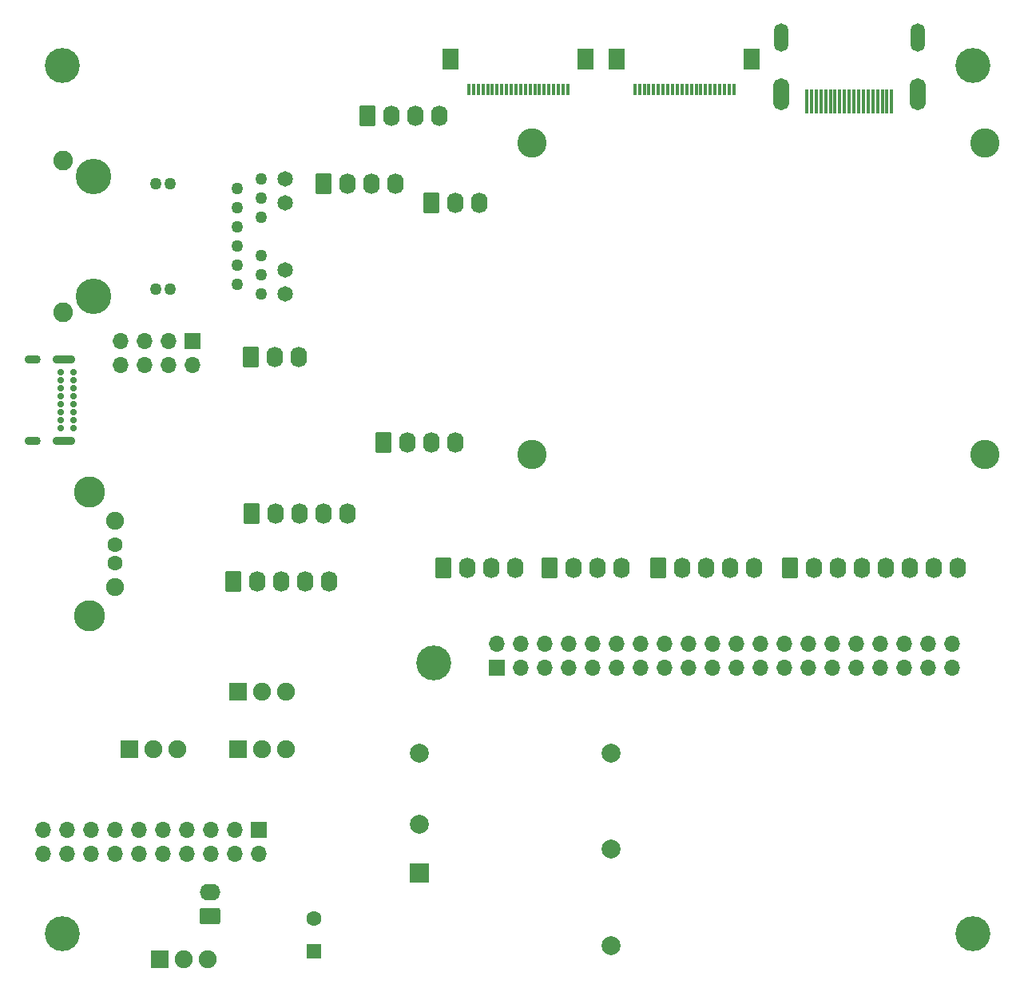
<source format=gbs>
%TF.GenerationSoftware,KiCad,Pcbnew,5.99.0-unknown-47cb7f53fd~143~ubuntu20.04.1*%
%TF.CreationDate,2021-11-23T21:30:27-08:00*%
%TF.ProjectId,acorn-motherboard,61636f72-6e2d-46d6-9f74-686572626f61,rev?*%
%TF.SameCoordinates,Original*%
%TF.FileFunction,Soldermask,Bot*%
%TF.FilePolarity,Negative*%
%FSLAX46Y46*%
G04 Gerber Fmt 4.6, Leading zero omitted, Abs format (unit mm)*
G04 Created by KiCad (PCBNEW 5.99.0-unknown-47cb7f53fd~143~ubuntu20.04.1) date 2021-11-23 21:30:27*
%MOMM*%
%LPD*%
G01*
G04 APERTURE LIST*
G04 Aperture macros list*
%AMRoundRect*
0 Rectangle with rounded corners*
0 $1 Rounding radius*
0 $2 $3 $4 $5 $6 $7 $8 $9 X,Y pos of 4 corners*
0 Add a 4 corners polygon primitive as box body*
4,1,4,$2,$3,$4,$5,$6,$7,$8,$9,$2,$3,0*
0 Add four circle primitives for the rounded corners*
1,1,$1+$1,$2,$3*
1,1,$1+$1,$4,$5*
1,1,$1+$1,$6,$7*
1,1,$1+$1,$8,$9*
0 Add four rect primitives between the rounded corners*
20,1,$1+$1,$2,$3,$4,$5,0*
20,1,$1+$1,$4,$5,$6,$7,0*
20,1,$1+$1,$6,$7,$8,$9,0*
20,1,$1+$1,$8,$9,$2,$3,0*%
G04 Aperture macros list end*
%ADD10RoundRect,0.250000X-0.620000X-0.850000X0.620000X-0.850000X0.620000X0.850000X-0.620000X0.850000X0*%
%ADD11O,1.740000X2.200000*%
%ADD12RoundRect,0.250000X0.850000X-0.620000X0.850000X0.620000X-0.850000X0.620000X-0.850000X-0.620000X0*%
%ADD13O,2.200000X1.740000*%
%ADD14C,3.700000*%
%ADD15C,3.100000*%
%ADD16C,1.270000*%
%ADD17C,1.651000*%
%ADD18C,3.759200*%
%ADD19C,2.082800*%
%ADD20C,0.700000*%
%ADD21O,1.700000X0.900000*%
%ADD22O,2.400000X0.900000*%
%ADD23C,1.900000*%
%ADD24C,1.600000*%
%ADD25C,3.300000*%
%ADD26R,2.000000X2.000000*%
%ADD27C,2.000000*%
%ADD28R,1.700000X1.700000*%
%ADD29O,1.700000X1.700000*%
%ADD30R,1.600000X1.600000*%
%ADD31RoundRect,0.250000X-0.620000X-0.845000X0.620000X-0.845000X0.620000X0.845000X-0.620000X0.845000X0*%
%ADD32O,1.740000X2.190000*%
%ADD33R,1.900000X1.900000*%
%ADD34R,0.300000X1.300000*%
%ADD35R,1.800000X2.200000*%
%ADD36R,0.300000X2.600000*%
%ADD37O,1.700000X3.400000*%
%ADD38O,1.500000X3.000000*%
G04 APERTURE END LIST*
D10*
X121690000Y-49562275D03*
D11*
X124230000Y-49562275D03*
X126770000Y-49562275D03*
X129310000Y-49562275D03*
D12*
X105031061Y-134419725D03*
D13*
X105031061Y-131879725D03*
D10*
X117000000Y-56750000D03*
D11*
X119540000Y-56750000D03*
X122080000Y-56750000D03*
X124620000Y-56750000D03*
D14*
X185871061Y-44200000D03*
D15*
X187121061Y-85450000D03*
X139121061Y-85450000D03*
X139121061Y-52450000D03*
X187121061Y-52450000D03*
D16*
X107871061Y-67450000D03*
X107871061Y-65420002D03*
X107871061Y-63390000D03*
X107871061Y-61360002D03*
X107871061Y-59330001D03*
X107871061Y-57300003D03*
X110411061Y-68470000D03*
X110411061Y-66440002D03*
X110411061Y-64410001D03*
X110411061Y-60340002D03*
X110411061Y-58310001D03*
X110411061Y-56280003D03*
X100761061Y-67960000D03*
X100761061Y-56790003D03*
X99221061Y-67960000D03*
X99221061Y-56790003D03*
D17*
X112951061Y-68470000D03*
X112951061Y-65930002D03*
X112951061Y-58820001D03*
X112951061Y-56280003D03*
D18*
X92631061Y-68725001D03*
X92631061Y-56025001D03*
D19*
X89461061Y-70440002D03*
X89461061Y-54310001D03*
D20*
X90525000Y-76750000D03*
X90525000Y-77600000D03*
X90525000Y-78450000D03*
X90525000Y-79300000D03*
X90525000Y-80150000D03*
X90525000Y-81000000D03*
X90525000Y-81850000D03*
X90525000Y-82700000D03*
X89175000Y-82700000D03*
X89175000Y-81850000D03*
X89175000Y-81000000D03*
X89175000Y-80150000D03*
X89175000Y-79300000D03*
X89175000Y-78450000D03*
X89175000Y-77600000D03*
X89175000Y-76750000D03*
D21*
X86165000Y-75400000D03*
D22*
X89545000Y-75400000D03*
X89545000Y-84050000D03*
D21*
X86165000Y-84050000D03*
D23*
X94960000Y-92500000D03*
D24*
X94960000Y-95000000D03*
X94960000Y-97000000D03*
D23*
X94960000Y-99500000D03*
D25*
X92250000Y-89430000D03*
X92250000Y-102570000D03*
D14*
X89371061Y-44200000D03*
D10*
X123371061Y-84200000D03*
D11*
X125911061Y-84200000D03*
X128451061Y-84200000D03*
X130991061Y-84200000D03*
D26*
X127221061Y-129807725D03*
D27*
X127221061Y-124707725D03*
X147521061Y-137507725D03*
X147521061Y-127307725D03*
X147521061Y-117107725D03*
X127221061Y-117107725D03*
D14*
X89371061Y-136307725D03*
X185871061Y-136307725D03*
D28*
X110121061Y-125307725D03*
D29*
X110121061Y-127847725D03*
X107581061Y-125307725D03*
X107581061Y-127847725D03*
X105041061Y-125307725D03*
X105041061Y-127847725D03*
X102501061Y-125307725D03*
X102501061Y-127847725D03*
X99961061Y-125307725D03*
X99961061Y-127847725D03*
X97421061Y-125307725D03*
X97421061Y-127847725D03*
X94881061Y-125307725D03*
X94881061Y-127847725D03*
X92341061Y-125307725D03*
X92341061Y-127847725D03*
X89801061Y-125307725D03*
X89801061Y-127847725D03*
X87261061Y-125307725D03*
X87261061Y-127847725D03*
D10*
X152500000Y-97500000D03*
D11*
X155040000Y-97500000D03*
X157580000Y-97500000D03*
X160120000Y-97500000D03*
X162660000Y-97500000D03*
D10*
X141000000Y-97500000D03*
D11*
X143540000Y-97500000D03*
X146080000Y-97500000D03*
X148620000Y-97500000D03*
D10*
X166500000Y-97500000D03*
D11*
X169040000Y-97500000D03*
X171580000Y-97500000D03*
X174120000Y-97500000D03*
X176660000Y-97500000D03*
X179200000Y-97500000D03*
X181740000Y-97500000D03*
X184280000Y-97500000D03*
D10*
X109420000Y-91707725D03*
D11*
X111960000Y-91707725D03*
X114500000Y-91707725D03*
X117040000Y-91707725D03*
X119580000Y-91707725D03*
D30*
X116000000Y-138152651D03*
D24*
X116000000Y-134652651D03*
D10*
X107420000Y-98957725D03*
D11*
X109960000Y-98957725D03*
X112500000Y-98957725D03*
X115040000Y-98957725D03*
X117580000Y-98957725D03*
D10*
X129690000Y-97500000D03*
D11*
X132230000Y-97500000D03*
X134770000Y-97500000D03*
X137310000Y-97500000D03*
D31*
X109310000Y-75112275D03*
D32*
X111850000Y-75112275D03*
X114390000Y-75112275D03*
D33*
X96460000Y-116700000D03*
D23*
X99000000Y-116700000D03*
X101540000Y-116700000D03*
D28*
X103100000Y-73425000D03*
D29*
X103100000Y-75965000D03*
X100560000Y-73425000D03*
X100560000Y-75965000D03*
X98020000Y-73425000D03*
X98020000Y-75965000D03*
X95480000Y-73425000D03*
X95480000Y-75965000D03*
D31*
X128460000Y-58770000D03*
D32*
X131000000Y-58770000D03*
X133540000Y-58770000D03*
D33*
X107960000Y-116700000D03*
D23*
X110500000Y-116700000D03*
X113040000Y-116700000D03*
D33*
X99660000Y-139000000D03*
D23*
X102200000Y-139000000D03*
X104740000Y-139000000D03*
D33*
X107960000Y-110600000D03*
D23*
X110500000Y-110600000D03*
X113040000Y-110600000D03*
D14*
X128689061Y-107591725D03*
D28*
X135371061Y-108057725D03*
D29*
X135371061Y-105517725D03*
X137911061Y-108057725D03*
X137911061Y-105517725D03*
X140451061Y-108057725D03*
X140451061Y-105517725D03*
X142991061Y-108057725D03*
X142991061Y-105517725D03*
X145531061Y-108057725D03*
X145531061Y-105517725D03*
X148071061Y-108057725D03*
X148071061Y-105517725D03*
X150611061Y-108057725D03*
X150611061Y-105517725D03*
X153151061Y-108057725D03*
X153151061Y-105517725D03*
X155691061Y-108057725D03*
X155691061Y-105517725D03*
X158231061Y-108057725D03*
X158231061Y-105517725D03*
X160771061Y-108057725D03*
X160771061Y-105517725D03*
X163311061Y-108057725D03*
X163311061Y-105517725D03*
X165851061Y-108057725D03*
X165851061Y-105517725D03*
X168391061Y-108057725D03*
X168391061Y-105517725D03*
X170931061Y-108057725D03*
X170931061Y-105517725D03*
X173471061Y-108057725D03*
X173471061Y-105517725D03*
X176011061Y-108057725D03*
X176011061Y-105517725D03*
X178551061Y-108057725D03*
X178551061Y-105517725D03*
X181091061Y-108057725D03*
X181091061Y-105517725D03*
X183631061Y-108057725D03*
X183631061Y-105517725D03*
D34*
X150021061Y-46800000D03*
X150521061Y-46800000D03*
X151021061Y-46800000D03*
X151521061Y-46800000D03*
X152021061Y-46800000D03*
X152521061Y-46800000D03*
X153021061Y-46800000D03*
X153521061Y-46800000D03*
X154021061Y-46800000D03*
X154521061Y-46800000D03*
X155021061Y-46800000D03*
X155521061Y-46800000D03*
X156021061Y-46800000D03*
X156521061Y-46800000D03*
X157021061Y-46800000D03*
X157521061Y-46800000D03*
X158021061Y-46800000D03*
X158521061Y-46800000D03*
X159021061Y-46800000D03*
X159521061Y-46800000D03*
X160021061Y-46800000D03*
X160521061Y-46800000D03*
D35*
X162421061Y-43550000D03*
X148121061Y-43550000D03*
D36*
X177246061Y-48016750D03*
X176746061Y-48016750D03*
X176246061Y-48016750D03*
X175746061Y-48016750D03*
X175246061Y-48016750D03*
X174746061Y-48016750D03*
X174246061Y-48016750D03*
X173746061Y-48016750D03*
X173246061Y-48016750D03*
X172746061Y-48016750D03*
X172246061Y-48016750D03*
X171746061Y-48016750D03*
X171246061Y-48016750D03*
X170746061Y-48016750D03*
X170246061Y-48016750D03*
X169746061Y-48016750D03*
X169246061Y-48016750D03*
X168746061Y-48016750D03*
X168246061Y-48016750D03*
D37*
X165496061Y-47256750D03*
D38*
X165496061Y-41296750D03*
D37*
X179996061Y-47256750D03*
D38*
X179996061Y-41296750D03*
D34*
X132421061Y-46800000D03*
X132921061Y-46800000D03*
X133421061Y-46800000D03*
X133921061Y-46800000D03*
X134421061Y-46800000D03*
X134921061Y-46800000D03*
X135421061Y-46800000D03*
X135921061Y-46800000D03*
X136421061Y-46800000D03*
X136921061Y-46800000D03*
X137421061Y-46800000D03*
X137921061Y-46800000D03*
X138421061Y-46800000D03*
X138921061Y-46800000D03*
X139421061Y-46800000D03*
X139921061Y-46800000D03*
X140421061Y-46800000D03*
X140921061Y-46800000D03*
X141421061Y-46800000D03*
X141921061Y-46800000D03*
X142421061Y-46800000D03*
X142921061Y-46800000D03*
D35*
X144821061Y-43550000D03*
X130521061Y-43550000D03*
M02*

</source>
